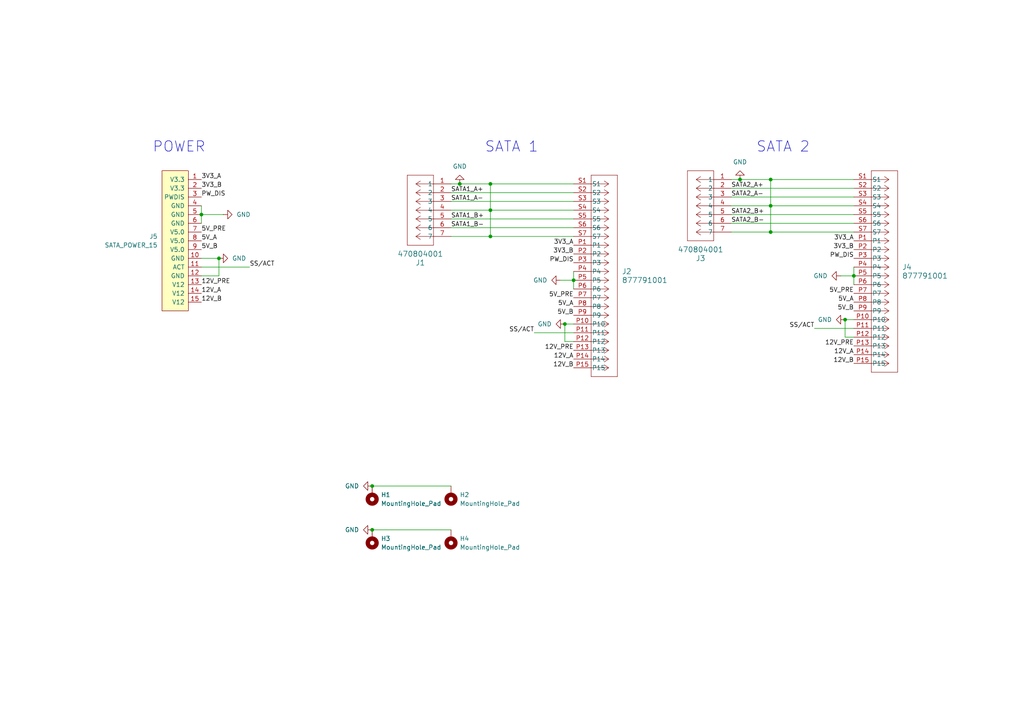
<source format=kicad_sch>
(kicad_sch (version 20250114) (generator "eeschema") (generator_version "9.0")
  (paper "A4")
  (title_block (title "SATA Backplane") (rev "1.0") (company "Alex") (comment 1 "GPL v3"))
  (lib_symbols
    (symbol "CONN_47080-4001_MOL:470804001" (pin_names (offset 0.254))
      (property "Reference" "J" (at 8.89 6.35 0))
      (property "Value" "470804001" (at 0 0 0))
      (symbol "470804001_1_1"
        (polyline (pts (xy 5.08 2.54) (xy 5.08 -17.78)) (stroke (width 0.127)))
        (polyline (pts (xy 5.08 -17.78) (xy 12.7 -17.78)) (stroke (width 0.127)))
        (polyline (pts (xy 10.16 0) (xy 5.08 0)) (stroke (width 0.127)))
        (polyline (pts (xy 10.16 0) (xy 8.89 0.8467)) (stroke (width 0.127)))
        (polyline (pts (xy 10.16 0) (xy 8.89 -0.8467)) (stroke (width 0.127)))
        (polyline (pts (xy 10.16 -2.54) (xy 5.08 -2.54)) (stroke (width 0.127)))
        (polyline (pts (xy 10.16 -2.54) (xy 8.89 -1.6933)) (stroke (width 0.127)))
        (polyline (pts (xy 10.16 -2.54) (xy 8.89 -3.3867)) (stroke (width 0.127)))
        (polyline (pts (xy 10.16 -5.08) (xy 5.08 -5.08)) (stroke (width 0.127)))
        (polyline (pts (xy 10.16 -5.08) (xy 8.89 -4.2333)) (stroke (width 0.127)))
        (polyline (pts (xy 10.16 -5.08) (xy 8.89 -5.9267)) (stroke (width 0.127)))
        (polyline (pts (xy 10.16 -7.62) (xy 5.08 -7.62)) (stroke (width 0.127)))
        (polyline (pts (xy 10.16 -7.62) (xy 8.89 -6.7733)) (stroke (width 0.127)))
        (polyline (pts (xy 10.16 -7.62) (xy 8.89 -8.4667)) (stroke (width 0.127)))
        (polyline (pts (xy 10.16 -10.16) (xy 5.08 -10.16)) (stroke (width 0.127)))
        (polyline (pts (xy 10.16 -10.16) (xy 8.89 -9.3133)) (stroke (width 0.127)))
        (polyline (pts (xy 10.16 -10.16) (xy 8.89 -11.0067)) (stroke (width 0.127)))
        (polyline (pts (xy 10.16 -12.7) (xy 5.08 -12.7)) (stroke (width 0.127)))
        (polyline (pts (xy 10.16 -12.7) (xy 8.89 -11.8533)) (stroke (width 0.127)))
        (polyline (pts (xy 10.16 -12.7) (xy 8.89 -13.5467)) (stroke (width 0.127)))
        (polyline (pts (xy 10.16 -15.24) (xy 5.08 -15.24)) (stroke (width 0.127)))
        (polyline (pts (xy 10.16 -15.24) (xy 8.89 -14.3933)) (stroke (width 0.127)))
        (polyline (pts (xy 10.16 -15.24) (xy 8.89 -16.0867)) (stroke (width 0.127)))
        (polyline (pts (xy 12.7 2.54) (xy 5.08 2.54)) (stroke (width 0.127)))
        (polyline (pts (xy 12.7 -17.78) (xy 12.7 2.54)) (stroke (width 0.127)))
        (pin unspecified line (at 0 0 0) (length 5.08) (name "1") (number "1"))
        (pin unspecified line (at 0 -2.54 0) (length 5.08) (name "2") (number "2"))
        (pin unspecified line (at 0 -5.08 0) (length 5.08) (name "3") (number "3"))
        (pin unspecified line (at 0 -7.62 0) (length 5.08) (name "4") (number "4"))
        (pin unspecified line (at 0 -10.16 0) (length 5.08) (name "5") (number "5"))
        (pin unspecified line (at 0 -12.7 0) (length 5.08) (name "6") (number "6"))
        (pin unspecified line (at 0 -15.24 0) (length 5.08) (name "7") (number "7"))
      )
      (symbol "470804001_1_2"
        (polyline (pts (xy 5.08 2.54) (xy 5.08 -17.78)) (stroke (width 0.127)))
        (polyline (pts (xy 5.08 -17.78) (xy 12.7 -17.78)) (stroke (width 0.127)))
        (polyline (pts (xy 7.62 0) (xy 5.08 0)) (stroke (width 0.127)))
        (polyline (pts (xy 7.62 0) (xy 8.89 0.8467)) (stroke (width 0.127)))
        (polyline (pts (xy 7.62 0) (xy 8.89 -0.8467)) (stroke (width 0.127)))
        (polyline (pts (xy 7.62 -2.54) (xy 5.08 -2.54)) (stroke (width 0.127)))
        (polyline (pts (xy 7.62 -2.54) (xy 8.89 -1.6933)) (stroke (width 0.127)))
        (polyline (pts (xy 7.62 -2.54) (xy 8.89 -3.3867)) (stroke (width 0.127)))
        (polyline (pts (xy 7.62 -5.08) (xy 5.08 -5.08)) (stroke (width 0.127)))
        (polyline (pts (xy 7.62 -5.08) (xy 8.89 -4.2333)) (stroke (width 0.127)))
        (polyline (pts (xy 7.62 -5.08) (xy 8.89 -5.9267)) (stroke (width 0.127)))
        (polyline (pts (xy 7.62 -7.62) (xy 5.08 -7.62)) (stroke (width 0.127)))
        (polyline (pts (xy 7.62 -7.62) (xy 8.89 -6.7733)) (stroke (width 0.127)))
        (polyline (pts (xy 7.62 -7.62) (xy 8.89 -8.4667)) (stroke (width 0.127)))
        (polyline (pts (xy 7.62 -10.16) (xy 5.08 -10.16)) (stroke (width 0.127)))
        (polyline (pts (xy 7.62 -10.16) (xy 8.89 -9.3133)) (stroke (width 0.127)))
        (polyline (pts (xy 7.62 -10.16) (xy 8.89 -11.0067)) (stroke (width 0.127)))
        (polyline (pts (xy 7.62 -12.7) (xy 5.08 -12.7)) (stroke (width 0.127)))
        (polyline (pts (xy 7.62 -12.7) (xy 8.89 -11.8533)) (stroke (width 0.127)))
        (polyline (pts (xy 7.62 -12.7) (xy 8.89 -13.5467)) (stroke (width 0.127)))
        (polyline (pts (xy 7.62 -15.24) (xy 5.08 -15.24)) (stroke (width 0.127)))
        (polyline (pts (xy 7.62 -15.24) (xy 8.89 -14.3933)) (stroke (width 0.127)))
        (polyline (pts (xy 7.62 -15.24) (xy 8.89 -16.0867)) (stroke (width 0.127)))
        (polyline (pts (xy 12.7 2.54) (xy 5.08 2.54)) (stroke (width 0.127)))
        (polyline (pts (xy 12.7 -17.78) (xy 12.7 2.54)) (stroke (width 0.127)))
        (pin unspecified line (at 0 0 0) (length 5.08) (name "1") (number "1"))
        (pin unspecified line (at 0 -2.54 0) (length 5.08) (name "2") (number "2"))
        (pin unspecified line (at 0 -5.08 0) (length 5.08) (name "3") (number "3"))
        (pin unspecified line (at 0 -7.62 0) (length 5.08) (name "4") (number "4"))
        (pin unspecified line (at 0 -10.16 0) (length 5.08) (name "5") (number "5"))
        (pin unspecified line (at 0 -12.7 0) (length 5.08) (name "6") (number "6"))
        (pin unspecified line (at 0 -15.24 0) (length 5.08) (name "7") (number "7"))
      )
    )
    (symbol "CONN_877791001_MOL:877791001" (pin_names (offset 0.254))
      (property "Reference" "J" (at 8.89 6.35 0))
      (property "Value" "877791001" (at 0 0 0))
      (symbol "877791001_1_1"
        (polyline (pts (xy 5.08 2.54) (xy 5.08 -55.88)) (stroke (width 0.127)))
        (polyline (pts (xy 5.08 -55.88) (xy 12.7 -55.88)) (stroke (width 0.127)))
        (polyline (pts (xy 10.16 0) (xy 5.08 0)) (stroke (width 0.127)))
        (polyline (pts (xy 10.16 0) (xy 8.89 0.8467)) (stroke (width 0.127)))
        (polyline (pts (xy 10.16 0) (xy 8.89 -0.8467)) (stroke (width 0.127)))
        (polyline (pts (xy 10.16 -2.54) (xy 5.08 -2.54)) (stroke (width 0.127)))
        (polyline (pts (xy 10.16 -2.54) (xy 8.89 -1.6933)) (stroke (width 0.127)))
        (polyline (pts (xy 10.16 -2.54) (xy 8.89 -3.3867)) (stroke (width 0.127)))
        (polyline (pts (xy 10.16 -5.08) (xy 5.08 -5.08)) (stroke (width 0.127)))
        (polyline (pts (xy 10.16 -5.08) (xy 8.89 -4.2333)) (stroke (width 0.127)))
        (polyline (pts (xy 10.16 -5.08) (xy 8.89 -5.9267)) (stroke (width 0.127)))
        (polyline (pts (xy 10.16 -7.62) (xy 5.08 -7.62)) (stroke (width 0.127)))
        (polyline (pts (xy 10.16 -7.62) (xy 8.89 -6.7733)) (stroke (width 0.127)))
        (polyline (pts (xy 10.16 -7.62) (xy 8.89 -8.4667)) (stroke (width 0.127)))
        (polyline (pts (xy 10.16 -10.16) (xy 5.08 -10.16)) (stroke (width 0.127)))
        (polyline (pts (xy 10.16 -10.16) (xy 8.89 -9.3133)) (stroke (width 0.127)))
        (polyline (pts (xy 10.16 -10.16) (xy 8.89 -11.0067)) (stroke (width 0.127)))
        (polyline (pts (xy 10.16 -12.7) (xy 5.08 -12.7)) (stroke (width 0.127)))
        (polyline (pts (xy 10.16 -12.7) (xy 8.89 -11.8533)) (stroke (width 0.127)))
        (polyline (pts (xy 10.16 -12.7) (xy 8.89 -13.5467)) (stroke (width 0.127)))
        (polyline (pts (xy 10.16 -15.24) (xy 5.08 -15.24)) (stroke (width 0.127)))
        (polyline (pts (xy 10.16 -15.24) (xy 8.89 -14.3933)) (stroke (width 0.127)))
        (polyline (pts (xy 10.16 -15.24) (xy 8.89 -16.0867)) (stroke (width 0.127)))
        (polyline (pts (xy 10.16 -17.78) (xy 5.08 -17.78)) (stroke (width 0.127)))
        (polyline (pts (xy 10.16 -17.78) (xy 8.89 -16.9333)) (stroke (width 0.127)))
        (polyline (pts (xy 10.16 -17.78) (xy 8.89 -18.6267)) (stroke (width 0.127)))
        (polyline (pts (xy 10.16 -20.32) (xy 5.08 -20.32)) (stroke (width 0.127)))
        (polyline (pts (xy 10.16 -20.32) (xy 8.89 -19.4733)) (stroke (width 0.127)))
        (polyline (pts (xy 10.16 -20.32) (xy 8.89 -21.1667)) (stroke (width 0.127)))
        (polyline (pts (xy 10.16 -22.86) (xy 5.08 -22.86)) (stroke (width 0.127)))
        (polyline (pts (xy 10.16 -22.86) (xy 8.89 -22.0133)) (stroke (width 0.127)))
        (polyline (pts (xy 10.16 -22.86) (xy 8.89 -23.7067)) (stroke (width 0.127)))
        (polyline (pts (xy 10.16 -25.4) (xy 5.08 -25.4)) (stroke (width 0.127)))
        (polyline (pts (xy 10.16 -25.4) (xy 8.89 -24.5533)) (stroke (width 0.127)))
        (polyline (pts (xy 10.16 -25.4) (xy 8.89 -26.2467)) (stroke (width 0.127)))
        (polyline (pts (xy 10.16 -27.94) (xy 5.08 -27.94)) (stroke (width 0.127)))
        (polyline (pts (xy 10.16 -27.94) (xy 8.89 -27.0933)) (stroke (width 0.127)))
        (polyline (pts (xy 10.16 -27.94) (xy 8.89 -28.7867)) (stroke (width 0.127)))
        (polyline (pts (xy 10.16 -30.48) (xy 5.08 -30.48)) (stroke (width 0.127)))
        (polyline (pts (xy 10.16 -30.48) (xy 8.89 -29.6333)) (stroke (width 0.127)))
        (polyline (pts (xy 10.16 -30.48) (xy 8.89 -31.3267)) (stroke (width 0.127)))
        (polyline (pts (xy 10.16 -33.02) (xy 5.08 -33.02)) (stroke (width 0.127)))
        (polyline (pts (xy 10.16 -33.02) (xy 8.89 -32.1733)) (stroke (width 0.127)))
        (polyline (pts (xy 10.16 -33.02) (xy 8.89 -33.8667)) (stroke (width 0.127)))
        (polyline (pts (xy 10.16 -35.56) (xy 5.08 -35.56)) (stroke (width 0.127)))
        (polyline (pts (xy 10.16 -35.56) (xy 8.89 -34.7133)) (stroke (width 0.127)))
        (polyline (pts (xy 10.16 -35.56) (xy 8.89 -36.4067)) (stroke (width 0.127)))
        (polyline (pts (xy 10.16 -38.1) (xy 5.08 -38.1)) (stroke (width 0.127)))
        (polyline (pts (xy 10.16 -38.1) (xy 8.89 -37.2533)) (stroke (width 0.127)))
        (polyline (pts (xy 10.16 -38.1) (xy 8.89 -38.9467)) (stroke (width 0.127)))
        (polyline (pts (xy 10.16 -40.64) (xy 5.08 -40.64)) (stroke (width 0.127)))
        (polyline (pts (xy 10.16 -40.64) (xy 8.89 -39.7933)) (stroke (width 0.127)))
        (polyline (pts (xy 10.16 -40.64) (xy 8.89 -41.4867)) (stroke (width 0.127)))
        (polyline (pts (xy 10.16 -43.18) (xy 5.08 -43.18)) (stroke (width 0.127)))
        (polyline (pts (xy 10.16 -43.18) (xy 8.89 -42.3333)) (stroke (width 0.127)))
        (polyline (pts (xy 10.16 -43.18) (xy 8.89 -44.0267)) (stroke (width 0.127)))
        (polyline (pts (xy 10.16 -45.72) (xy 5.08 -45.72)) (stroke (width 0.127)))
        (polyline (pts (xy 10.16 -45.72) (xy 8.89 -44.8733)) (stroke (width 0.127)))
        (polyline (pts (xy 10.16 -45.72) (xy 8.89 -46.5667)) (stroke (width 0.127)))
        (polyline (pts (xy 10.16 -48.26) (xy 5.08 -48.26)) (stroke (width 0.127)))
        (polyline (pts (xy 10.16 -48.26) (xy 8.89 -47.4133)) (stroke (width 0.127)))
        (polyline (pts (xy 10.16 -48.26) (xy 8.89 -49.1067)) (stroke (width 0.127)))
        (polyline (pts (xy 10.16 -50.8) (xy 5.08 -50.8)) (stroke (width 0.127)))
        (polyline (pts (xy 10.16 -50.8) (xy 8.89 -49.9533)) (stroke (width 0.127)))
        (polyline (pts (xy 10.16 -50.8) (xy 8.89 -51.6467)) (stroke (width 0.127)))
        (polyline (pts (xy 10.16 -53.34) (xy 5.08 -53.34)) (stroke (width 0.127)))
        (polyline (pts (xy 10.16 -53.34) (xy 8.89 -52.4933)) (stroke (width 0.127)))
        (polyline (pts (xy 10.16 -53.34) (xy 8.89 -54.1867)) (stroke (width 0.127)))
        (polyline (pts (xy 12.7 2.54) (xy 5.08 2.54)) (stroke (width 0.127)))
        (polyline (pts (xy 12.7 -55.88) (xy 12.7 2.54)) (stroke (width 0.127)))
        (pin unspecified line (at 0 0 0) (length 5.08) (name "S1") (number "S1"))
        (pin unspecified line (at 0 -2.54 0) (length 5.08) (name "S2") (number "S2"))
        (pin unspecified line (at 0 -5.08 0) (length 5.08) (name "S3") (number "S3"))
        (pin unspecified line (at 0 -7.62 0) (length 5.08) (name "S4") (number "S4"))
        (pin unspecified line (at 0 -10.16 0) (length 5.08) (name "S5") (number "S5"))
        (pin unspecified line (at 0 -12.7 0) (length 5.08) (name "S6") (number "S6"))
        (pin unspecified line (at 0 -15.24 0) (length 5.08) (name "S7") (number "S7"))
        (pin unspecified line (at 0 -17.78 0) (length 5.08) (name "P1") (number "P1"))
        (pin unspecified line (at 0 -20.32 0) (length 5.08) (name "P2") (number "P2"))
        (pin unspecified line (at 0 -22.86 0) (length 5.08) (name "P3") (number "P3"))
        (pin unspecified line (at 0 -25.4 0) (length 5.08) (name "P4") (number "P4"))
        (pin unspecified line (at 0 -27.94 0) (length 5.08) (name "P5") (number "P5"))
        (pin unspecified line (at 0 -30.48 0) (length 5.08) (name "P6") (number "P6"))
        (pin unspecified line (at 0 -33.02 0) (length 5.08) (name "P7") (number "P7"))
        (pin unspecified line (at 0 -35.56 0) (length 5.08) (name "P8") (number "P8"))
        (pin unspecified line (at 0 -38.1 0) (length 5.08) (name "P9") (number "P9"))
        (pin unspecified line (at 0 -40.64 0) (length 5.08) (name "P10") (number "P10"))
        (pin unspecified line (at 0 -43.18 0) (length 5.08) (name "P11") (number "P11"))
        (pin unspecified line (at 0 -45.72 0) (length 5.08) (name "P12") (number "P12"))
        (pin unspecified line (at 0 -48.26 0) (length 5.08) (name "P13") (number "P13"))
        (pin unspecified line (at 0 -50.8 0) (length 5.08) (name "P14") (number "P14"))
        (pin unspecified line (at 0 -53.34 0) (length 5.08) (name "P15") (number "P15"))
      )
      (symbol "877791001_1_2"
        (polyline (pts (xy 5.08 2.54) (xy 5.08 -55.88)) (stroke (width 0.127)))
        (polyline (pts (xy 5.08 -55.88) (xy 12.7 -55.88)) (stroke (width 0.127)))
        (polyline (pts (xy 7.62 0) (xy 5.08 0)) (stroke (width 0.127)))
        (polyline (pts (xy 7.62 0) (xy 8.89 0.8467)) (stroke (width 0.127)))
        (polyline (pts (xy 7.62 0) (xy 8.89 -0.8467)) (stroke (width 0.127)))
        (polyline (pts (xy 7.62 -2.54) (xy 5.08 -2.54)) (stroke (width 0.127)))
        (polyline (pts (xy 7.62 -2.54) (xy 8.89 -1.6933)) (stroke (width 0.127)))
        (polyline (pts (xy 7.62 -2.54) (xy 8.89 -3.3867)) (stroke (width 0.127)))
        (polyline (pts (xy 7.62 -5.08) (xy 5.08 -5.08)) (stroke (width 0.127)))
        (polyline (pts (xy 7.62 -5.08) (xy 8.89 -4.2333)) (stroke (width 0.127)))
        (polyline (pts (xy 7.62 -5.08) (xy 8.89 -5.9267)) (stroke (width 0.127)))
        (polyline (pts (xy 7.62 -7.62) (xy 5.08 -7.62)) (stroke (width 0.127)))
        (polyline (pts (xy 7.62 -7.62) (xy 8.89 -6.7733)) (stroke (width 0.127)))
        (polyline (pts (xy 7.62 -7.62) (xy 8.89 -8.4667)) (stroke (width 0.127)))
        (polyline (pts (xy 7.62 -10.16) (xy 5.08 -10.16)) (stroke (width 0.127)))
        (polyline (pts (xy 7.62 -10.16) (xy 8.89 -9.3133)) (stroke (width 0.127)))
        (polyline (pts (xy 7.62 -10.16) (xy 8.89 -11.0067)) (stroke (width 0.127)))
        (polyline (pts (xy 7.62 -12.7) (xy 5.08 -12.7)) (stroke (width 0.127)))
        (polyline (pts (xy 7.62 -12.7) (xy 8.89 -11.8533)) (stroke (width 0.127)))
        (polyline (pts (xy 7.62 -12.7) (xy 8.89 -13.5467)) (stroke (width 0.127)))
        (polyline (pts (xy 7.62 -15.24) (xy 5.08 -15.24)) (stroke (width 0.127)))
        (polyline (pts (xy 7.62 -15.24) (xy 8.89 -14.3933)) (stroke (width 0.127)))
        (polyline (pts (xy 7.62 -15.24) (xy 8.89 -16.0867)) (stroke (width 0.127)))
        (polyline (pts (xy 7.62 -17.78) (xy 5.08 -17.78)) (stroke (width 0.127)))
        (polyline (pts (xy 7.62 -17.78) (xy 8.89 -16.9333)) (stroke (width 0.127)))
        (polyline (pts (xy 7.62 -17.78) (xy 8.89 -18.6267)) (stroke (width 0.127)))
        (polyline (pts (xy 7.62 -20.32) (xy 5.08 -20.32)) (stroke (width 0.127)))
        (polyline (pts (xy 7.62 -20.32) (xy 8.89 -19.4733)) (stroke (width 0.127)))
        (polyline (pts (xy 7.62 -20.32) (xy 8.89 -21.1667)) (stroke (width 0.127)))
        (polyline (pts (xy 7.62 -22.86) (xy 5.08 -22.86)) (stroke (width 0.127)))
        (polyline (pts (xy 7.62 -22.86) (xy 8.89 -22.0133)) (stroke (width 0.127)))
        (polyline (pts (xy 7.62 -22.86) (xy 8.89 -23.7067)) (stroke (width 0.127)))
        (polyline (pts (xy 7.62 -25.4) (xy 5.08 -25.4)) (stroke (width 0.127)))
        (polyline (pts (xy 7.62 -25.4) (xy 8.89 -24.5533)) (stroke (width 0.127)))
        (polyline (pts (xy 7.62 -25.4) (xy 8.89 -26.2467)) (stroke (width 0.127)))
        (polyline (pts (xy 7.62 -27.94) (xy 5.08 -27.94)) (stroke (width 0.127)))
        (polyline (pts (xy 7.62 -27.94) (xy 8.89 -27.0933)) (stroke (width 0.127)))
        (polyline (pts (xy 7.62 -27.94) (xy 8.89 -28.7867)) (stroke (width 0.127)))
        (polyline (pts (xy 7.62 -30.48) (xy 5.08 -30.48)) (stroke (width 0.127)))
        (polyline (pts (xy 7.62 -30.48) (xy 8.89 -29.6333)) (stroke (width 0.127)))
        (polyline (pts (xy 7.62 -30.48) (xy 8.89 -31.3267)) (stroke (width 0.127)))
        (polyline (pts (xy 7.62 -33.02) (xy 5.08 -33.02)) (stroke (width 0.127)))
        (polyline (pts (xy 7.62 -33.02) (xy 8.89 -32.1733)) (stroke (width 0.127)))
        (polyline (pts (xy 7.62 -33.02) (xy 8.89 -33.8667)) (stroke (width 0.127)))
        (polyline (pts (xy 7.62 -35.56) (xy 5.08 -35.56)) (stroke (width 0.127)))
        (polyline (pts (xy 7.62 -35.56) (xy 8.89 -34.7133)) (stroke (width 0.127)))
        (polyline (pts (xy 7.62 -35.56) (xy 8.89 -36.4067)) (stroke (width 0.127)))
        (polyline (pts (xy 7.62 -38.1) (xy 5.08 -38.1)) (stroke (width 0.127)))
        (polyline (pts (xy 7.62 -38.1) (xy 8.89 -37.2533)) (stroke (width 0.127)))
        (polyline (pts (xy 7.62 -38.1) (xy 8.89 -38.9467)) (stroke (width 0.127)))
        (polyline (pts (xy 7.62 -40.64) (xy 5.08 -40.64)) (stroke (width 0.127)))
        (polyline (pts (xy 7.62 -40.64) (xy 8.89 -39.7933)) (stroke (width 0.127)))
        (polyline (pts (xy 7.62 -40.64) (xy 8.89 -41.4867)) (stroke (width 0.127)))
        (polyline (pts (xy 7.62 -43.18) (xy 5.08 -43.18)) (stroke (width 0.127)))
        (polyline (pts (xy 7.62 -43.18) (xy 8.89 -42.3333)) (stroke (width 0.127)))
        (polyline (pts (xy 7.62 -43.18) (xy 8.89 -44.0267)) (stroke (width 0.127)))
        (polyline (pts (xy 7.62 -45.72) (xy 5.08 -45.72)) (stroke (width 0.127)))
        (polyline (pts (xy 7.62 -45.72) (xy 8.89 -44.8733)) (stroke (width 0.127)))
        (polyline (pts (xy 7.62 -45.72) (xy 8.89 -46.5667)) (stroke (width 0.127)))
        (polyline (pts (xy 7.62 -48.26) (xy 5.08 -48.26)) (stroke (width 0.127)))
        (polyline (pts (xy 7.62 -48.26) (xy 8.89 -47.4133)) (stroke (width 0.127)))
        (polyline (pts (xy 7.62 -48.26) (xy 8.89 -49.1067)) (stroke (width 0.127)))
        (polyline (pts (xy 7.62 -50.8) (xy 5.08 -50.8)) (stroke (width 0.127)))
        (polyline (pts (xy 7.62 -50.8) (xy 8.89 -49.9533)) (stroke (width 0.127)))
        (polyline (pts (xy 7.62 -50.8) (xy 8.89 -51.6467)) (stroke (width 0.127)))
        (polyline (pts (xy 7.62 -53.34) (xy 5.08 -53.34)) (stroke (width 0.127)))
        (polyline (pts (xy 7.62 -53.34) (xy 8.89 -52.4933)) (stroke (width 0.127)))
        (polyline (pts (xy 7.62 -53.34) (xy 8.89 -54.1867)) (stroke (width 0.127)))
        (polyline (pts (xy 12.7 2.54) (xy 5.08 2.54)) (stroke (width 0.127)))
        (polyline (pts (xy 12.7 -55.88) (xy 12.7 2.54)) (stroke (width 0.127)))
        (pin unspecified line (at 0 0 0) (length 5.08) (name "S1") (number "S1"))
        (pin unspecified line (at 0 -2.54 0) (length 5.08) (name "S2") (number "S2"))
        (pin unspecified line (at 0 -5.08 0) (length 5.08) (name "S3") (number "S3"))
        (pin unspecified line (at 0 -7.62 0) (length 5.08) (name "S4") (number "S4"))
        (pin unspecified line (at 0 -10.16 0) (length 5.08) (name "S5") (number "S5"))
        (pin unspecified line (at 0 -12.7 0) (length 5.08) (name "S6") (number "S6"))
        (pin unspecified line (at 0 -15.24 0) (length 5.08) (name "S7") (number "S7"))
        (pin unspecified line (at 0 -17.78 0) (length 5.08) (name "P1") (number "P1"))
        (pin unspecified line (at 0 -20.32 0) (length 5.08) (name "P2") (number "P2"))
        (pin unspecified line (at 0 -22.86 0) (length 5.08) (name "P3") (number "P3"))
        (pin unspecified line (at 0 -25.4 0) (length 5.08) (name "P4") (number "P4"))
        (pin unspecified line (at 0 -27.94 0) (length 5.08) (name "P5") (number "P5"))
        (pin unspecified line (at 0 -30.48 0) (length 5.08) (name "P6") (number "P6"))
        (pin unspecified line (at 0 -33.02 0) (length 5.08) (name "P7") (number "P7"))
        (pin unspecified line (at 0 -35.56 0) (length 5.08) (name "P8") (number "P8"))
        (pin unspecified line (at 0 -38.1 0) (length 5.08) (name "P9") (number "P9"))
        (pin unspecified line (at 0 -40.64 0) (length 5.08) (name "P10") (number "P10"))
        (pin unspecified line (at 0 -43.18 0) (length 5.08) (name "P11") (number "P11"))
        (pin unspecified line (at 0 -45.72 0) (length 5.08) (name "P12") (number "P12"))
        (pin unspecified line (at 0 -48.26 0) (length 5.08) (name "P13") (number "P13"))
        (pin unspecified line (at 0 -50.8 0) (length 5.08) (name "P14") (number "P14"))
        (pin unspecified line (at 0 -53.34 0) (length 5.08) (name "P15") (number "P15"))
      )
    )
    (symbol "Mechanical:MountingHole_Pad" (pin_numbers (hide yes)) (pin_names (offset 1.016) (hide yes)) (in_bom no)
      (property "Reference" "H" (at 0 6.35 0))
      (property "Value" "MountingHole_Pad" (at 0 4.445 0))
      (symbol "MountingHole_Pad_0_1"
        (circle (center 0 1.27) (radius 1.27) (stroke (width 1.27)))
      )
      (symbol "MountingHole_Pad_1_1"
        (pin input line (at 0 -2.54 90) (length 2.54) (name "1") (number "1"))
      )
    )
    (symbol "SATA:SATA_POWER_15" (pin_names (offset 1.016))
      (property "Reference" "J" (at 0 -31.75 0))
      (property "Value" "SATA_POWER_15" (at 0 11.43 0))
      (symbol "SATA_POWER_15_0_1"
        (rectangle (start 3.81 10.16) (end -3.81 -30.48) (fill (type background)))
      )
      (symbol "SATA_POWER_15_1_1"
        (pin power_out line (at -7.62 7.62 0) (length 3.81) (name "V3.3") (number "1"))
        (pin power_out line (at -7.62 5.08 0) (length 3.81) (name "V3.3") (number "2"))
        (pin power_out line (at -7.62 2.54 0) (length 3.81) (name "PWDIS") (number "3"))
        (pin power_out line (at -7.62 0 0) (length 3.81) (name "GND") (number "4"))
        (pin power_out line (at -7.62 -2.54 0) (length 3.81) (name "GND") (number "5"))
        (pin power_out line (at -7.62 -5.08 0) (length 3.81) (name "GND") (number "6"))
        (pin power_out line (at -7.62 -7.62 0) (length 3.81) (name "V5.0") (number "7"))
        (pin power_out line (at -7.62 -10.16 0) (length 3.81) (name "V5.0") (number "8"))
        (pin power_out line (at -7.62 -12.7 0) (length 3.81) (name "V5.0") (number "9"))
        (pin power_out line (at -7.62 -15.24 0) (length 3.81) (name "GND") (number "10"))
        (pin open_collector line (at -7.62 -17.78 0) (length 3.81) (name "ACT") (number "11"))
        (pin power_out line (at -7.62 -20.32 0) (length 3.81) (name "GND") (number "12"))
        (pin power_out line (at -7.62 -22.86 0) (length 3.81) (name "V12") (number "13"))
        (pin power_out line (at -7.62 -25.4 0) (length 3.81) (name "V12") (number "14"))
        (pin power_out line (at -7.62 -27.94 0) (length 3.81) (name "V12") (number "15"))
      )
    )
    (symbol "power:GND" (power) (pin_numbers (hide yes)) (pin_names (offset 0) (hide yes))
      (property "Value" "GND" (at 0 -3.81 0))
      (symbol "GND_0_1"
        (polyline (pts (xy 0 0) (xy 0 -1.27) (xy 1.27 -1.27) (xy 0 -2.54) (xy -1.27 -1.27) (xy 0 -1.27)))
      )
      (symbol "GND_1_1"
        (pin power_in line (at 0 0 270) (length 0) (name "~") (number "1"))
      )
    )
  )
  (text "SATA 1" (at 156.21 44.45 0) (effects (font (size 3 3)) (justify right bottom)))
  (text "SATA 2" (at 234.95 44.45 0) (effects (font (size 3 3)) (justify right bottom)))
  (text "POWER" (at 59.69 44.45 0) (effects (font (size 3 3)) (justify right bottom)))
  (junction (at 142.24 60.96))
  (junction (at 142.24 68.58))
  (junction (at 247.65 80.01))
  (junction (at 223.52 67.31))
  (junction (at 107.95 153.67))
  (junction (at 63.5 74.93))
  (junction (at 58.42 62.23))
  (junction (at 166.37 81.28))
  (junction (at 223.52 59.69))
  (junction (at 133.35 53.34))
  (junction (at 107.95 140.97))
  (junction (at 223.52 52.07))
  (junction (at 163.83 93.98))
  (junction (at 245.11 92.71))
  (junction (at 214.63 52.07))
  (junction (at 142.24 53.34))
  (wire (pts (xy 58.42 62.23) (xy 58.42 64.77)))
  (wire (pts (xy 166.37 99.06) (xy 163.83 99.06)))
  (wire (pts (xy 212.09 57.15) (xy 247.65 57.15)))
  (wire (pts (xy 212.09 67.31) (xy 223.52 67.31)))
  (wire (pts (xy 223.52 52.07) (xy 247.65 52.07)))
  (wire (pts (xy 130.81 68.58) (xy 142.24 68.58)))
  (wire (pts (xy 58.42 59.69) (xy 58.42 62.23)))
  (wire (pts (xy 223.52 67.31) (xy 247.65 67.31)))
  (wire (pts (xy 214.63 52.07) (xy 223.52 52.07)))
  (wire (pts (xy 166.37 96.52) (xy 154.94 96.52)))
  (wire (pts (xy 130.81 53.34) (xy 133.35 53.34)))
  (wire (pts (xy 247.65 80.01) (xy 247.65 82.55)))
  (wire (pts (xy 166.37 81.28) (xy 166.37 83.82)))
  (wire (pts (xy 162.56 81.28) (xy 166.37 81.28)))
  (wire (pts (xy 245.11 97.79) (xy 245.11 92.71)))
  (wire (pts (xy 142.24 53.34) (xy 142.24 60.96)))
  (wire (pts (xy 64.77 62.23) (xy 58.42 62.23)))
  (wire (pts (xy 63.5 74.93) (xy 63.5 80.01)))
  (wire (pts (xy 247.65 97.79) (xy 245.11 97.79)))
  (wire (pts (xy 142.24 68.58) (xy 166.37 68.58)))
  (wire (pts (xy 212.09 64.77) (xy 247.65 64.77)))
  (wire (pts (xy 130.81 66.04) (xy 166.37 66.04)))
  (wire (pts (xy 107.95 153.67) (xy 130.81 153.67)))
  (wire (pts (xy 130.81 58.42) (xy 166.37 58.42)))
  (wire (pts (xy 163.83 99.06) (xy 163.83 93.98)))
  (wire (pts (xy 163.83 93.98) (xy 166.37 93.98)))
  (wire (pts (xy 212.09 52.07) (xy 214.63 52.07)))
  (wire (pts (xy 130.81 63.5) (xy 166.37 63.5)))
  (wire (pts (xy 245.11 92.71) (xy 247.65 92.71)))
  (wire (pts (xy 212.09 59.69) (xy 223.52 59.69)))
  (wire (pts (xy 212.09 62.23) (xy 247.65 62.23)))
  (wire (pts (xy 72.39 77.47) (xy 58.42 77.47)))
  (wire (pts (xy 243.84 80.01) (xy 247.65 80.01)))
  (wire (pts (xy 166.37 78.74) (xy 166.37 81.28)))
  (wire (pts (xy 247.65 95.25) (xy 236.22 95.25)))
  (wire (pts (xy 223.52 52.07) (xy 223.52 59.69)))
  (wire (pts (xy 133.35 53.34) (xy 142.24 53.34)))
  (wire (pts (xy 130.81 55.88) (xy 166.37 55.88)))
  (wire (pts (xy 223.52 59.69) (xy 223.52 67.31)))
  (wire (pts (xy 223.52 59.69) (xy 247.65 59.69)))
  (wire (pts (xy 247.65 77.47) (xy 247.65 80.01)))
  (wire (pts (xy 142.24 53.34) (xy 166.37 53.34)))
  (wire (pts (xy 107.95 140.97) (xy 130.81 140.97)))
  (wire (pts (xy 212.09 54.61) (xy 247.65 54.61)))
  (wire (pts (xy 58.42 74.93) (xy 63.5 74.93)))
  (wire (pts (xy 142.24 60.96) (xy 166.37 60.96)))
  (wire (pts (xy 130.81 60.96) (xy 142.24 60.96)))
  (wire (pts (xy 63.5 80.01) (xy 58.42 80.01)))
  (wire (pts (xy 142.24 60.96) (xy 142.24 68.58)))
  (label "3V3_A" (at 58.42 52.07 0))
  (label "SATA1_B-" (at 130.81 66.04 0))
  (label "SATA1_B+" (at 130.81 63.5 0))
  (label "12V_PRE" (at 58.42 82.55 0))
  (label "5V_A" (at 247.65 87.63 180))
  (label "12V_A" (at 166.37 104.14 180))
  (label "12V_PRE" (at 247.65 100.33 180))
  (label "3V3_B" (at 247.65 72.39 180))
  (label "12V_A" (at 58.42 85.09 0))
  (label "5V_B" (at 247.65 90.17 180))
  (label "5V_B" (at 58.42 72.39 0))
  (label "3V3_B" (at 166.37 73.66 180))
  (label "SATA2_B-" (at 212.09 64.77 0))
  (label "PW_DIS" (at 166.37 76.2 180))
  (label "SATA1_A+" (at 130.81 55.88 0))
  (label "5V_PRE" (at 58.42 67.31 0))
  (label "5V_A" (at 58.42 69.85 0))
  (label "5V_PRE" (at 247.65 85.09 180))
  (label "SS{slash}ACT" (at 72.39 77.47 0))
  (label "12V_B" (at 247.65 105.41 180))
  (label "12V_PRE" (at 166.37 101.6 180))
  (label "SATA1_A-" (at 130.81 58.42 0))
  (label "PW_DIS" (at 247.65 74.93 180))
  (label "12V_B" (at 166.37 106.68 180))
  (label "SATA2_B+" (at 212.09 62.23 0))
  (label "SATA2_A-" (at 212.09 57.15 0))
  (label "5V_B" (at 166.37 91.44 180))
  (label "5V_PRE" (at 166.37 86.36 180))
  (label "5V_A" (at 166.37 88.9 180))
  (label "SS{slash}ACT" (at 154.94 96.52 180))
  (label "12V_A" (at 247.65 102.87 180))
  (label "PW_DIS" (at 58.42 57.15 0))
  (label "3V3_A" (at 166.37 71.12 180))
  (label "3V3_B" (at 58.42 54.61 0))
  (label "SS{slash}ACT" (at 236.22 95.25 180))
  (label "12V_B" (at 58.42 87.63 0))
  (label "3V3_A" (at 247.65 69.85 180))
  (label "SATA2_A+" (at 212.09 54.61 0))
  (symbol (lib_id "power:GND") (at 162.56 81.28 270) (unit 1)
    (property "Reference" "#PWR02" (effects (hide yes)))
    (property "Value" "GND" (at 158.75 81.2799 90) (effects (justify right)))
    (property "Description" "Power symbol creates a global label with name \"GND\" , ground" (effects (hide yes)))
  )
  (symbol (lib_id "power:GND") (at 243.84 80.01 270) (unit 1)
    (property "Reference" "#PWR05" (effects (hide yes)))
    (property "Value" "GND" (at 240.03 80.0099 90) (effects (justify right)))
    (property "Description" "Power symbol creates a global label with name \"GND\" , ground" (effects (hide yes)))
  )
  (symbol (lib_id "Mechanical:MountingHole_Pad") (at 107.95 143.51 180) (unit 1) (in_bom no)
    (property "Reference" "H1" (at 110.49 143.5099 0) (effects (justify right)))
    (property "Value" "MountingHole_Pad" (at 110.49 146.0499 0) (effects (justify right)))
    (property "Footprint" "MountingHole:MountingHole_3.2mm_M3_Pad_TopBottom" (effects (hide yes)))
    (property "Description" "Mounting Hole with connection" (effects (hide yes)))
  )
  (symbol (lib_id "power:GND") (at 107.95 153.67 270) (unit 1)
    (property "Reference" "#PWR08" (effects (hide yes)))
    (property "Value" "GND" (at 104.14 153.6699 90) (effects (justify right)))
    (property "Description" "Power symbol creates a global label with name \"GND\" , ground" (effects (hide yes)))
  )
  (symbol (lib_id "Mechanical:MountingHole_Pad") (at 130.81 143.51 180) (unit 1) (in_bom no)
    (property "Reference" "H2" (at 133.35 143.5099 0) (effects (justify right)))
    (property "Value" "MountingHole_Pad" (at 133.35 146.0499 0) (effects (justify right)))
    (property "Footprint" "MountingHole:MountingHole_3.2mm_M3_Pad_TopBottom" (effects (hide yes)))
    (property "Description" "Mounting Hole with connection" (effects (hide yes)))
  )
  (symbol (lib_id "power:GND") (at 245.11 92.71 270) (unit 1)
    (property "Reference" "#PWR06" (effects (hide yes)))
    (property "Value" "GND" (at 241.3 92.7099 90) (effects (justify right)))
    (property "Description" "Power symbol creates a global label with name \"GND\" , ground" (effects (hide yes)))
  )
  (symbol (lib_id "SATA:SATA_POWER_15") (at 50.8 59.69 0) (mirror y) (unit 1)
    (property "Reference" "J5" (at 45.72 68.5799 0) (effects (justify left)))
    (property "Value" "SATA_POWER_15" (at 45.72 71.1199 0) (effects (justify left)))
    (property "Footprint" "sata:SATA_Power" (effects (hide yes)))
    (property "Description" "SATA 15-pin Male Power Connector" (effects (hide yes)))
  )
  (symbol (lib_id "power:GND") (at 64.77 62.23 90) (unit 1)
    (property "Reference" "#PWR09" (effects (hide yes)))
    (property "Value" "GND" (at 68.58 62.2299 90) (effects (justify right)))
    (property "Description" "Power symbol creates a global label with name \"GND\" , ground" (effects (hide yes)))
  )
  (symbol (lib_id "CONN_877791001_MOL:877791001") (at 166.37 53.34 0) (unit 1)
    (property "Reference" "J2" (at 180.34 78.7399 0) (effects (font (size 1.524 1.524)) (justify left)))
    (property "Value" "877791001" (at 180.34 81.2799 0) (effects (font (size 1.524 1.524)) (justify left)))
    (property "Footprint" "CONN_877791001_MOL:CONN_877791001_MOL" (effects (hide yes)))
    (property "Datasheet" "https://www.molex.com/en-us/products/part-detail-pdf/877791001?display=pdf" (effects (hide yes)))
  )
  (symbol (lib_id "power:GND") (at 214.63 52.07 180) (unit 1)
    (property "Reference" "#PWR04" (effects (hide yes)))
    (property "Value" "GND" (at 214.63 46.99 0))
    (property "Description" "Power symbol creates a global label with name \"GND\" , ground" (effects (hide yes)))
  )
  (symbol (lib_id "Mechanical:MountingHole_Pad") (at 130.81 156.21 180) (unit 1) (in_bom no)
    (property "Reference" "H4" (at 133.35 156.2099 0) (effects (justify right)))
    (property "Value" "MountingHole_Pad" (at 133.35 158.7499 0) (effects (justify right)))
    (property "Footprint" "MountingHole:MountingHole_3.2mm_M3_Pad_TopBottom" (effects (hide yes)))
    (property "Description" "Mounting Hole with connection" (effects (hide yes)))
  )
  (symbol (lib_id "CONN_47080-4001_MOL:470804001") (at 130.81 53.34 0) (mirror y) (unit 1)
    (property "Reference" "J1" (at 121.92 76.2 0) (effects (font (size 1.524 1.524))))
    (property "Value" "470804001" (at 121.92 73.66 0) (effects (font (size 1.524 1.524))))
    (property "Footprint" "CONN_47080-4001_MOL:CONN_47080-4001_MOL" (effects (hide yes)))
    (property "Datasheet" "470804001" (effects (hide yes)))
  )
  (symbol (lib_id "power:GND") (at 63.5 74.93 90) (unit 1)
    (property "Reference" "#PWR010" (effects (hide yes)))
    (property "Value" "GND" (at 67.31 74.9299 90) (effects (justify right)))
    (property "Description" "Power symbol creates a global label with name \"GND\" , ground" (effects (hide yes)))
  )
  (symbol (lib_id "power:GND") (at 133.35 53.34 180) (unit 1)
    (property "Reference" "#PWR01" (effects (hide yes)))
    (property "Value" "GND" (at 133.35 48.26 0))
    (property "Description" "Power symbol creates a global label with name \"GND\" , ground" (effects (hide yes)))
  )
  (symbol (lib_id "Mechanical:MountingHole_Pad") (at 107.95 156.21 180) (unit 1) (in_bom no)
    (property "Reference" "H3" (at 110.49 156.2099 0) (effects (justify right)))
    (property "Value" "MountingHole_Pad" (at 110.49 158.7499 0) (effects (justify right)))
    (property "Footprint" "MountingHole:MountingHole_3.2mm_M3_Pad_TopBottom" (effects (hide yes)))
    (property "Description" "Mounting Hole with connection" (effects (hide yes)))
  )
  (symbol (lib_id "CONN_877791001_MOL:877791001") (at 247.65 52.07 0) (unit 1)
    (property "Reference" "J4" (at 261.62 77.4699 0) (effects (font (size 1.524 1.524)) (justify left)))
    (property "Value" "877791001" (at 261.62 80.0099 0) (effects (font (size 1.524 1.524)) (justify left)))
    (property "Footprint" "CONN_877791001_MOL:CONN_877791001_MOL" (effects (hide yes)))
    (property "Datasheet" "https://www.molex.com/en-us/products/part-detail-pdf/877791001?display=pdf" (effects (hide yes)))
  )
  (symbol (lib_id "CONN_47080-4001_MOL:470804001") (at 212.09 52.07 0) (mirror y) (unit 1)
    (property "Reference" "J3" (at 203.2 74.93 0) (effects (font (size 1.524 1.524))))
    (property "Value" "470804001" (at 203.2 72.39 0) (effects (font (size 1.524 1.524))))
    (property "Footprint" "CONN_47080-4001_MOL:CONN_47080-4001_MOL" (effects (hide yes)))
    (property "Datasheet" "470804001" (effects (hide yes)))
  )
  (symbol (lib_id "power:GND") (at 107.95 140.97 270) (unit 1)
    (property "Reference" "#PWR07" (effects (hide yes)))
    (property "Value" "GND" (at 104.14 140.9699 90) (effects (justify right)))
    (property "Description" "Power symbol creates a global label with name \"GND\" , ground" (effects (hide yes)))
  )
  (symbol (lib_id "power:GND") (at 163.83 93.98 270) (unit 1)
    (property "Reference" "#PWR03" (effects (hide yes)))
    (property "Value" "GND" (at 160.02 93.9799 90) (effects (justify right)))
    (property "Description" "Power symbol creates a global label with name \"GND\" , ground" (effects (hide yes)))
  )
)
</source>
